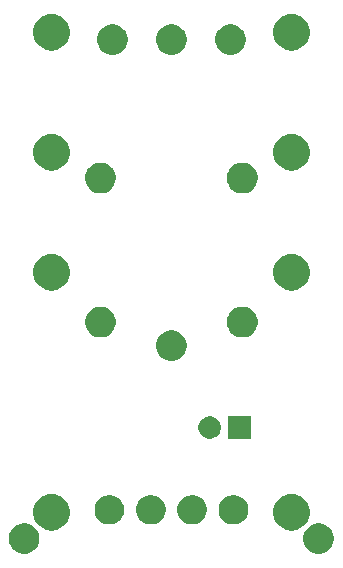
<source format=gbr>
G04 #@! TF.GenerationSoftware,KiCad,Pcbnew,5.1.5-52549c5~86~ubuntu18.04.1*
G04 #@! TF.CreationDate,2020-09-29T20:16:12-05:00*
G04 #@! TF.ProjectId,D04,4430342e-6b69-4636-9164-5f7063625858,rev?*
G04 #@! TF.SameCoordinates,Original*
G04 #@! TF.FileFunction,Soldermask,Bot*
G04 #@! TF.FilePolarity,Negative*
%FSLAX46Y46*%
G04 Gerber Fmt 4.6, Leading zero omitted, Abs format (unit mm)*
G04 Created by KiCad (PCBNEW 5.1.5-52549c5~86~ubuntu18.04.1) date 2020-09-29 20:16:12*
%MOMM*%
%LPD*%
G04 APERTURE LIST*
%ADD10C,0.100000*%
G04 APERTURE END LIST*
D10*
G36*
X46819393Y-65424304D02*
G01*
X47056101Y-65522352D01*
X47056103Y-65522353D01*
X47269135Y-65664696D01*
X47450304Y-65845865D01*
X47592647Y-66058897D01*
X47592648Y-66058899D01*
X47690696Y-66295607D01*
X47740680Y-66546893D01*
X47740680Y-66803107D01*
X47690696Y-67054393D01*
X47592648Y-67291101D01*
X47592647Y-67291103D01*
X47450304Y-67504135D01*
X47269135Y-67685304D01*
X47056103Y-67827647D01*
X47056102Y-67827648D01*
X47056101Y-67827648D01*
X46819393Y-67925696D01*
X46568107Y-67975680D01*
X46311893Y-67975680D01*
X46060607Y-67925696D01*
X45823899Y-67827648D01*
X45823898Y-67827648D01*
X45823897Y-67827647D01*
X45610865Y-67685304D01*
X45429696Y-67504135D01*
X45287353Y-67291103D01*
X45287352Y-67291101D01*
X45189304Y-67054393D01*
X45139320Y-66803107D01*
X45139320Y-66546893D01*
X45189304Y-66295607D01*
X45287352Y-66058899D01*
X45287353Y-66058897D01*
X45429696Y-65845865D01*
X45610865Y-65664696D01*
X45823897Y-65522353D01*
X45823899Y-65522352D01*
X46060607Y-65424304D01*
X46311893Y-65374320D01*
X46568107Y-65374320D01*
X46819393Y-65424304D01*
G37*
G36*
X21879393Y-65424304D02*
G01*
X22116101Y-65522352D01*
X22116103Y-65522353D01*
X22329135Y-65664696D01*
X22510304Y-65845865D01*
X22652647Y-66058897D01*
X22652648Y-66058899D01*
X22750696Y-66295607D01*
X22800680Y-66546893D01*
X22800680Y-66803107D01*
X22750696Y-67054393D01*
X22652648Y-67291101D01*
X22652647Y-67291103D01*
X22510304Y-67504135D01*
X22329135Y-67685304D01*
X22116103Y-67827647D01*
X22116102Y-67827648D01*
X22116101Y-67827648D01*
X21879393Y-67925696D01*
X21628107Y-67975680D01*
X21371893Y-67975680D01*
X21120607Y-67925696D01*
X20883899Y-67827648D01*
X20883898Y-67827648D01*
X20883897Y-67827647D01*
X20670865Y-67685304D01*
X20489696Y-67504135D01*
X20347353Y-67291103D01*
X20347352Y-67291101D01*
X20249304Y-67054393D01*
X20199320Y-66803107D01*
X20199320Y-66546893D01*
X20249304Y-66295607D01*
X20347352Y-66058899D01*
X20347353Y-66058897D01*
X20489696Y-65845865D01*
X20670865Y-65664696D01*
X20883897Y-65522353D01*
X20883899Y-65522352D01*
X21120607Y-65424304D01*
X21371893Y-65374320D01*
X21628107Y-65374320D01*
X21879393Y-65424304D01*
G37*
G36*
X24112585Y-62928802D02*
G01*
X24262410Y-62958604D01*
X24544674Y-63075521D01*
X24798705Y-63245259D01*
X25014741Y-63461295D01*
X25184479Y-63715326D01*
X25301396Y-63997590D01*
X25361000Y-64297240D01*
X25361000Y-64602760D01*
X25301396Y-64902410D01*
X25184479Y-65184674D01*
X25014741Y-65438705D01*
X24798705Y-65654741D01*
X24544674Y-65824479D01*
X24262410Y-65941396D01*
X24112585Y-65971198D01*
X23962761Y-66001000D01*
X23657239Y-66001000D01*
X23507415Y-65971198D01*
X23357590Y-65941396D01*
X23075326Y-65824479D01*
X22821295Y-65654741D01*
X22605259Y-65438705D01*
X22435521Y-65184674D01*
X22318604Y-64902410D01*
X22259000Y-64602760D01*
X22259000Y-64297240D01*
X22318604Y-63997590D01*
X22435521Y-63715326D01*
X22605259Y-63461295D01*
X22821295Y-63245259D01*
X23075326Y-63075521D01*
X23357590Y-62958604D01*
X23507415Y-62928802D01*
X23657239Y-62899000D01*
X23962761Y-62899000D01*
X24112585Y-62928802D01*
G37*
G36*
X44432585Y-62928802D02*
G01*
X44582410Y-62958604D01*
X44864674Y-63075521D01*
X45118705Y-63245259D01*
X45334741Y-63461295D01*
X45504479Y-63715326D01*
X45621396Y-63997590D01*
X45681000Y-64297240D01*
X45681000Y-64602760D01*
X45621396Y-64902410D01*
X45504479Y-65184674D01*
X45334741Y-65438705D01*
X45118705Y-65654741D01*
X44864674Y-65824479D01*
X44582410Y-65941396D01*
X44432585Y-65971198D01*
X44282761Y-66001000D01*
X43977239Y-66001000D01*
X43827415Y-65971198D01*
X43677590Y-65941396D01*
X43395326Y-65824479D01*
X43141295Y-65654741D01*
X42925259Y-65438705D01*
X42755521Y-65184674D01*
X42638604Y-64902410D01*
X42579000Y-64602760D01*
X42579000Y-64297240D01*
X42638604Y-63997590D01*
X42755521Y-63715326D01*
X42925259Y-63461295D01*
X43141295Y-63245259D01*
X43395326Y-63075521D01*
X43677590Y-62958604D01*
X43827415Y-62928802D01*
X43977239Y-62899000D01*
X44282761Y-62899000D01*
X44432585Y-62928802D01*
G37*
G36*
X39584903Y-63033675D02*
G01*
X39685929Y-63075521D01*
X39812571Y-63127978D01*
X40017466Y-63264885D01*
X40191715Y-63439134D01*
X40328622Y-63644029D01*
X40422925Y-63871697D01*
X40471000Y-64113387D01*
X40471000Y-64359813D01*
X40422925Y-64601503D01*
X40328622Y-64829171D01*
X40191715Y-65034066D01*
X40017466Y-65208315D01*
X39812571Y-65345222D01*
X39812570Y-65345223D01*
X39812569Y-65345223D01*
X39584903Y-65439525D01*
X39343214Y-65487600D01*
X39096786Y-65487600D01*
X38855097Y-65439525D01*
X38627431Y-65345223D01*
X38627430Y-65345223D01*
X38627429Y-65345222D01*
X38422534Y-65208315D01*
X38248285Y-65034066D01*
X38111378Y-64829171D01*
X38017075Y-64601503D01*
X37969000Y-64359813D01*
X37969000Y-64113387D01*
X38017075Y-63871697D01*
X38111378Y-63644029D01*
X38248285Y-63439134D01*
X38422534Y-63264885D01*
X38627429Y-63127978D01*
X38754072Y-63075521D01*
X38855097Y-63033675D01*
X39096786Y-62985600D01*
X39343214Y-62985600D01*
X39584903Y-63033675D01*
G37*
G36*
X29084903Y-63033675D02*
G01*
X29185929Y-63075521D01*
X29312571Y-63127978D01*
X29517466Y-63264885D01*
X29691715Y-63439134D01*
X29828622Y-63644029D01*
X29922925Y-63871697D01*
X29971000Y-64113387D01*
X29971000Y-64359813D01*
X29922925Y-64601503D01*
X29828622Y-64829171D01*
X29691715Y-65034066D01*
X29517466Y-65208315D01*
X29312571Y-65345222D01*
X29312570Y-65345223D01*
X29312569Y-65345223D01*
X29084903Y-65439525D01*
X28843214Y-65487600D01*
X28596786Y-65487600D01*
X28355097Y-65439525D01*
X28127431Y-65345223D01*
X28127430Y-65345223D01*
X28127429Y-65345222D01*
X27922534Y-65208315D01*
X27748285Y-65034066D01*
X27611378Y-64829171D01*
X27517075Y-64601503D01*
X27469000Y-64359813D01*
X27469000Y-64113387D01*
X27517075Y-63871697D01*
X27611378Y-63644029D01*
X27748285Y-63439134D01*
X27922534Y-63264885D01*
X28127429Y-63127978D01*
X28254072Y-63075521D01*
X28355097Y-63033675D01*
X28596786Y-62985600D01*
X28843214Y-62985600D01*
X29084903Y-63033675D01*
G37*
G36*
X32584903Y-63033675D02*
G01*
X32685929Y-63075521D01*
X32812571Y-63127978D01*
X33017466Y-63264885D01*
X33191715Y-63439134D01*
X33328622Y-63644029D01*
X33422925Y-63871697D01*
X33471000Y-64113387D01*
X33471000Y-64359813D01*
X33422925Y-64601503D01*
X33328622Y-64829171D01*
X33191715Y-65034066D01*
X33017466Y-65208315D01*
X32812571Y-65345222D01*
X32812570Y-65345223D01*
X32812569Y-65345223D01*
X32584903Y-65439525D01*
X32343214Y-65487600D01*
X32096786Y-65487600D01*
X31855097Y-65439525D01*
X31627431Y-65345223D01*
X31627430Y-65345223D01*
X31627429Y-65345222D01*
X31422534Y-65208315D01*
X31248285Y-65034066D01*
X31111378Y-64829171D01*
X31017075Y-64601503D01*
X30969000Y-64359813D01*
X30969000Y-64113387D01*
X31017075Y-63871697D01*
X31111378Y-63644029D01*
X31248285Y-63439134D01*
X31422534Y-63264885D01*
X31627429Y-63127978D01*
X31754072Y-63075521D01*
X31855097Y-63033675D01*
X32096786Y-62985600D01*
X32343214Y-62985600D01*
X32584903Y-63033675D01*
G37*
G36*
X36084903Y-63033675D02*
G01*
X36185929Y-63075521D01*
X36312571Y-63127978D01*
X36517466Y-63264885D01*
X36691715Y-63439134D01*
X36828622Y-63644029D01*
X36922925Y-63871697D01*
X36971000Y-64113387D01*
X36971000Y-64359813D01*
X36922925Y-64601503D01*
X36828622Y-64829171D01*
X36691715Y-65034066D01*
X36517466Y-65208315D01*
X36312571Y-65345222D01*
X36312570Y-65345223D01*
X36312569Y-65345223D01*
X36084903Y-65439525D01*
X35843214Y-65487600D01*
X35596786Y-65487600D01*
X35355097Y-65439525D01*
X35127431Y-65345223D01*
X35127430Y-65345223D01*
X35127429Y-65345222D01*
X34922534Y-65208315D01*
X34748285Y-65034066D01*
X34611378Y-64829171D01*
X34517075Y-64601503D01*
X34469000Y-64359813D01*
X34469000Y-64113387D01*
X34517075Y-63871697D01*
X34611378Y-63644029D01*
X34748285Y-63439134D01*
X34922534Y-63264885D01*
X35127429Y-63127978D01*
X35254072Y-63075521D01*
X35355097Y-63033675D01*
X35596786Y-62985600D01*
X35843214Y-62985600D01*
X36084903Y-63033675D01*
G37*
G36*
X40702000Y-58228000D02*
G01*
X38800000Y-58228000D01*
X38800000Y-56326000D01*
X40702000Y-56326000D01*
X40702000Y-58228000D01*
G37*
G36*
X37488395Y-56362546D02*
G01*
X37661466Y-56434234D01*
X37661467Y-56434235D01*
X37817227Y-56538310D01*
X37949690Y-56670773D01*
X37949691Y-56670775D01*
X38053766Y-56826534D01*
X38125454Y-56999605D01*
X38162000Y-57183333D01*
X38162000Y-57370667D01*
X38125454Y-57554395D01*
X38053766Y-57727466D01*
X38053765Y-57727467D01*
X37949690Y-57883227D01*
X37817227Y-58015690D01*
X37738818Y-58068081D01*
X37661466Y-58119766D01*
X37488395Y-58191454D01*
X37304667Y-58228000D01*
X37117333Y-58228000D01*
X36933605Y-58191454D01*
X36760534Y-58119766D01*
X36683182Y-58068081D01*
X36604773Y-58015690D01*
X36472310Y-57883227D01*
X36368235Y-57727467D01*
X36368234Y-57727466D01*
X36296546Y-57554395D01*
X36260000Y-57370667D01*
X36260000Y-57183333D01*
X36296546Y-56999605D01*
X36368234Y-56826534D01*
X36472309Y-56670775D01*
X36472310Y-56670773D01*
X36604773Y-56538310D01*
X36760533Y-56434235D01*
X36760534Y-56434234D01*
X36933605Y-56362546D01*
X37117333Y-56326000D01*
X37304667Y-56326000D01*
X37488395Y-56362546D01*
G37*
G36*
X34349487Y-49091796D02*
G01*
X34586253Y-49189868D01*
X34586255Y-49189869D01*
X34799339Y-49332247D01*
X34980553Y-49513461D01*
X35067643Y-49643800D01*
X35122932Y-49726547D01*
X35221004Y-49963313D01*
X35271000Y-50214661D01*
X35271000Y-50470939D01*
X35221004Y-50722287D01*
X35122932Y-50959053D01*
X35122931Y-50959055D01*
X34980553Y-51172139D01*
X34799339Y-51353353D01*
X34586255Y-51495731D01*
X34586254Y-51495732D01*
X34586253Y-51495732D01*
X34349487Y-51593804D01*
X34098139Y-51643800D01*
X33841861Y-51643800D01*
X33590513Y-51593804D01*
X33353747Y-51495732D01*
X33353746Y-51495732D01*
X33353745Y-51495731D01*
X33140661Y-51353353D01*
X32959447Y-51172139D01*
X32817069Y-50959055D01*
X32817068Y-50959053D01*
X32718996Y-50722287D01*
X32669000Y-50470939D01*
X32669000Y-50214661D01*
X32718996Y-49963313D01*
X32817068Y-49726547D01*
X32872358Y-49643800D01*
X32959447Y-49513461D01*
X33140661Y-49332247D01*
X33353745Y-49189869D01*
X33353747Y-49189868D01*
X33590513Y-49091796D01*
X33841861Y-49041800D01*
X34098139Y-49041800D01*
X34349487Y-49091796D01*
G37*
G36*
X28349487Y-47091796D02*
G01*
X28586253Y-47189868D01*
X28586255Y-47189869D01*
X28799339Y-47332247D01*
X28980553Y-47513461D01*
X29122932Y-47726547D01*
X29221004Y-47963313D01*
X29271000Y-48214661D01*
X29271000Y-48470939D01*
X29221004Y-48722287D01*
X29122932Y-48959053D01*
X29122931Y-48959055D01*
X28980553Y-49172139D01*
X28799339Y-49353353D01*
X28586255Y-49495731D01*
X28586254Y-49495732D01*
X28586253Y-49495732D01*
X28349487Y-49593804D01*
X28098139Y-49643800D01*
X27841861Y-49643800D01*
X27590513Y-49593804D01*
X27353747Y-49495732D01*
X27353746Y-49495732D01*
X27353745Y-49495731D01*
X27140661Y-49353353D01*
X26959447Y-49172139D01*
X26817069Y-48959055D01*
X26817068Y-48959053D01*
X26718996Y-48722287D01*
X26669000Y-48470939D01*
X26669000Y-48214661D01*
X26718996Y-47963313D01*
X26817068Y-47726547D01*
X26959447Y-47513461D01*
X27140661Y-47332247D01*
X27353745Y-47189869D01*
X27353747Y-47189868D01*
X27590513Y-47091796D01*
X27841861Y-47041800D01*
X28098139Y-47041800D01*
X28349487Y-47091796D01*
G37*
G36*
X40349487Y-47091796D02*
G01*
X40586253Y-47189868D01*
X40586255Y-47189869D01*
X40799339Y-47332247D01*
X40980553Y-47513461D01*
X41122932Y-47726547D01*
X41221004Y-47963313D01*
X41271000Y-48214661D01*
X41271000Y-48470939D01*
X41221004Y-48722287D01*
X41122932Y-48959053D01*
X41122931Y-48959055D01*
X40980553Y-49172139D01*
X40799339Y-49353353D01*
X40586255Y-49495731D01*
X40586254Y-49495732D01*
X40586253Y-49495732D01*
X40349487Y-49593804D01*
X40098139Y-49643800D01*
X39841861Y-49643800D01*
X39590513Y-49593804D01*
X39353747Y-49495732D01*
X39353746Y-49495732D01*
X39353745Y-49495731D01*
X39140661Y-49353353D01*
X38959447Y-49172139D01*
X38817069Y-48959055D01*
X38817068Y-48959053D01*
X38718996Y-48722287D01*
X38669000Y-48470939D01*
X38669000Y-48214661D01*
X38718996Y-47963313D01*
X38817068Y-47726547D01*
X38959447Y-47513461D01*
X39140661Y-47332247D01*
X39353745Y-47189869D01*
X39353747Y-47189868D01*
X39590513Y-47091796D01*
X39841861Y-47041800D01*
X40098139Y-47041800D01*
X40349487Y-47091796D01*
G37*
G36*
X24112585Y-42608802D02*
G01*
X24262410Y-42638604D01*
X24544674Y-42755521D01*
X24798705Y-42925259D01*
X25014741Y-43141295D01*
X25184479Y-43395326D01*
X25301396Y-43677590D01*
X25361000Y-43977240D01*
X25361000Y-44282760D01*
X25301396Y-44582410D01*
X25184479Y-44864674D01*
X25014741Y-45118705D01*
X24798705Y-45334741D01*
X24544674Y-45504479D01*
X24262410Y-45621396D01*
X24112585Y-45651198D01*
X23962761Y-45681000D01*
X23657239Y-45681000D01*
X23507415Y-45651198D01*
X23357590Y-45621396D01*
X23075326Y-45504479D01*
X22821295Y-45334741D01*
X22605259Y-45118705D01*
X22435521Y-44864674D01*
X22318604Y-44582410D01*
X22259000Y-44282760D01*
X22259000Y-43977240D01*
X22318604Y-43677590D01*
X22435521Y-43395326D01*
X22605259Y-43141295D01*
X22821295Y-42925259D01*
X23075326Y-42755521D01*
X23357590Y-42638604D01*
X23507415Y-42608802D01*
X23657239Y-42579000D01*
X23962761Y-42579000D01*
X24112585Y-42608802D01*
G37*
G36*
X44432585Y-42608802D02*
G01*
X44582410Y-42638604D01*
X44864674Y-42755521D01*
X45118705Y-42925259D01*
X45334741Y-43141295D01*
X45504479Y-43395326D01*
X45621396Y-43677590D01*
X45681000Y-43977240D01*
X45681000Y-44282760D01*
X45621396Y-44582410D01*
X45504479Y-44864674D01*
X45334741Y-45118705D01*
X45118705Y-45334741D01*
X44864674Y-45504479D01*
X44582410Y-45621396D01*
X44432585Y-45651198D01*
X44282761Y-45681000D01*
X43977239Y-45681000D01*
X43827415Y-45651198D01*
X43677590Y-45621396D01*
X43395326Y-45504479D01*
X43141295Y-45334741D01*
X42925259Y-45118705D01*
X42755521Y-44864674D01*
X42638604Y-44582410D01*
X42579000Y-44282760D01*
X42579000Y-43977240D01*
X42638604Y-43677590D01*
X42755521Y-43395326D01*
X42925259Y-43141295D01*
X43141295Y-42925259D01*
X43395326Y-42755521D01*
X43677590Y-42638604D01*
X43827415Y-42608802D01*
X43977239Y-42579000D01*
X44282761Y-42579000D01*
X44432585Y-42608802D01*
G37*
G36*
X40349487Y-34891796D02*
G01*
X40586253Y-34989868D01*
X40586255Y-34989869D01*
X40799339Y-35132247D01*
X40980553Y-35313461D01*
X41001279Y-35344479D01*
X41122932Y-35526547D01*
X41221004Y-35763313D01*
X41271000Y-36014661D01*
X41271000Y-36270939D01*
X41221004Y-36522287D01*
X41122932Y-36759053D01*
X41122931Y-36759055D01*
X40980553Y-36972139D01*
X40799339Y-37153353D01*
X40586255Y-37295731D01*
X40586254Y-37295732D01*
X40586253Y-37295732D01*
X40349487Y-37393804D01*
X40098139Y-37443800D01*
X39841861Y-37443800D01*
X39590513Y-37393804D01*
X39353747Y-37295732D01*
X39353746Y-37295732D01*
X39353745Y-37295731D01*
X39140661Y-37153353D01*
X38959447Y-36972139D01*
X38817069Y-36759055D01*
X38817068Y-36759053D01*
X38718996Y-36522287D01*
X38669000Y-36270939D01*
X38669000Y-36014661D01*
X38718996Y-35763313D01*
X38817068Y-35526547D01*
X38938722Y-35344479D01*
X38959447Y-35313461D01*
X39140661Y-35132247D01*
X39353745Y-34989869D01*
X39353747Y-34989868D01*
X39590513Y-34891796D01*
X39841861Y-34841800D01*
X40098139Y-34841800D01*
X40349487Y-34891796D01*
G37*
G36*
X28349487Y-34891796D02*
G01*
X28586253Y-34989868D01*
X28586255Y-34989869D01*
X28799339Y-35132247D01*
X28980553Y-35313461D01*
X29001279Y-35344479D01*
X29122932Y-35526547D01*
X29221004Y-35763313D01*
X29271000Y-36014661D01*
X29271000Y-36270939D01*
X29221004Y-36522287D01*
X29122932Y-36759053D01*
X29122931Y-36759055D01*
X28980553Y-36972139D01*
X28799339Y-37153353D01*
X28586255Y-37295731D01*
X28586254Y-37295732D01*
X28586253Y-37295732D01*
X28349487Y-37393804D01*
X28098139Y-37443800D01*
X27841861Y-37443800D01*
X27590513Y-37393804D01*
X27353747Y-37295732D01*
X27353746Y-37295732D01*
X27353745Y-37295731D01*
X27140661Y-37153353D01*
X26959447Y-36972139D01*
X26817069Y-36759055D01*
X26817068Y-36759053D01*
X26718996Y-36522287D01*
X26669000Y-36270939D01*
X26669000Y-36014661D01*
X26718996Y-35763313D01*
X26817068Y-35526547D01*
X26938722Y-35344479D01*
X26959447Y-35313461D01*
X27140661Y-35132247D01*
X27353745Y-34989869D01*
X27353747Y-34989868D01*
X27590513Y-34891796D01*
X27841861Y-34841800D01*
X28098139Y-34841800D01*
X28349487Y-34891796D01*
G37*
G36*
X24112585Y-32448802D02*
G01*
X24262410Y-32478604D01*
X24544674Y-32595521D01*
X24798705Y-32765259D01*
X25014741Y-32981295D01*
X25184479Y-33235326D01*
X25301396Y-33517590D01*
X25361000Y-33817240D01*
X25361000Y-34122760D01*
X25301396Y-34422410D01*
X25184479Y-34704674D01*
X25014741Y-34958705D01*
X24798705Y-35174741D01*
X24544674Y-35344479D01*
X24262410Y-35461396D01*
X24112585Y-35491198D01*
X23962761Y-35521000D01*
X23657239Y-35521000D01*
X23507415Y-35491198D01*
X23357590Y-35461396D01*
X23075326Y-35344479D01*
X22821295Y-35174741D01*
X22605259Y-34958705D01*
X22435521Y-34704674D01*
X22318604Y-34422410D01*
X22259000Y-34122760D01*
X22259000Y-33817240D01*
X22318604Y-33517590D01*
X22435521Y-33235326D01*
X22605259Y-32981295D01*
X22821295Y-32765259D01*
X23075326Y-32595521D01*
X23357590Y-32478604D01*
X23507415Y-32448802D01*
X23657239Y-32419000D01*
X23962761Y-32419000D01*
X24112585Y-32448802D01*
G37*
G36*
X44432585Y-32448802D02*
G01*
X44582410Y-32478604D01*
X44864674Y-32595521D01*
X45118705Y-32765259D01*
X45334741Y-32981295D01*
X45504479Y-33235326D01*
X45621396Y-33517590D01*
X45681000Y-33817240D01*
X45681000Y-34122760D01*
X45621396Y-34422410D01*
X45504479Y-34704674D01*
X45334741Y-34958705D01*
X45118705Y-35174741D01*
X44864674Y-35344479D01*
X44582410Y-35461396D01*
X44432585Y-35491198D01*
X44282761Y-35521000D01*
X43977239Y-35521000D01*
X43827415Y-35491198D01*
X43677590Y-35461396D01*
X43395326Y-35344479D01*
X43141295Y-35174741D01*
X42925259Y-34958705D01*
X42755521Y-34704674D01*
X42638604Y-34422410D01*
X42579000Y-34122760D01*
X42579000Y-33817240D01*
X42638604Y-33517590D01*
X42755521Y-33235326D01*
X42925259Y-32981295D01*
X43141295Y-32765259D01*
X43395326Y-32595521D01*
X43677590Y-32478604D01*
X43827415Y-32448802D01*
X43977239Y-32419000D01*
X44282761Y-32419000D01*
X44432585Y-32448802D01*
G37*
G36*
X39349487Y-23183796D02*
G01*
X39586253Y-23281868D01*
X39586255Y-23281869D01*
X39799339Y-23424247D01*
X39980553Y-23605461D01*
X40015151Y-23657240D01*
X40122932Y-23818547D01*
X40221004Y-24055313D01*
X40271000Y-24306661D01*
X40271000Y-24562939D01*
X40221004Y-24814287D01*
X40137973Y-25014740D01*
X40122931Y-25051055D01*
X39980553Y-25264139D01*
X39799339Y-25445353D01*
X39586255Y-25587731D01*
X39586254Y-25587732D01*
X39586253Y-25587732D01*
X39349487Y-25685804D01*
X39098139Y-25735800D01*
X38841861Y-25735800D01*
X38590513Y-25685804D01*
X38353747Y-25587732D01*
X38353746Y-25587732D01*
X38353745Y-25587731D01*
X38140661Y-25445353D01*
X37959447Y-25264139D01*
X37817069Y-25051055D01*
X37802027Y-25014740D01*
X37718996Y-24814287D01*
X37669000Y-24562939D01*
X37669000Y-24306661D01*
X37718996Y-24055313D01*
X37817068Y-23818547D01*
X37924850Y-23657240D01*
X37959447Y-23605461D01*
X38140661Y-23424247D01*
X38353745Y-23281869D01*
X38353747Y-23281868D01*
X38590513Y-23183796D01*
X38841861Y-23133800D01*
X39098139Y-23133800D01*
X39349487Y-23183796D01*
G37*
G36*
X34349487Y-23183796D02*
G01*
X34586253Y-23281868D01*
X34586255Y-23281869D01*
X34799339Y-23424247D01*
X34980553Y-23605461D01*
X35015151Y-23657240D01*
X35122932Y-23818547D01*
X35221004Y-24055313D01*
X35271000Y-24306661D01*
X35271000Y-24562939D01*
X35221004Y-24814287D01*
X35137973Y-25014740D01*
X35122931Y-25051055D01*
X34980553Y-25264139D01*
X34799339Y-25445353D01*
X34586255Y-25587731D01*
X34586254Y-25587732D01*
X34586253Y-25587732D01*
X34349487Y-25685804D01*
X34098139Y-25735800D01*
X33841861Y-25735800D01*
X33590513Y-25685804D01*
X33353747Y-25587732D01*
X33353746Y-25587732D01*
X33353745Y-25587731D01*
X33140661Y-25445353D01*
X32959447Y-25264139D01*
X32817069Y-25051055D01*
X32802027Y-25014740D01*
X32718996Y-24814287D01*
X32669000Y-24562939D01*
X32669000Y-24306661D01*
X32718996Y-24055313D01*
X32817068Y-23818547D01*
X32924850Y-23657240D01*
X32959447Y-23605461D01*
X33140661Y-23424247D01*
X33353745Y-23281869D01*
X33353747Y-23281868D01*
X33590513Y-23183796D01*
X33841861Y-23133800D01*
X34098139Y-23133800D01*
X34349487Y-23183796D01*
G37*
G36*
X29349487Y-23183796D02*
G01*
X29586253Y-23281868D01*
X29586255Y-23281869D01*
X29799339Y-23424247D01*
X29980553Y-23605461D01*
X30015151Y-23657240D01*
X30122932Y-23818547D01*
X30221004Y-24055313D01*
X30271000Y-24306661D01*
X30271000Y-24562939D01*
X30221004Y-24814287D01*
X30137973Y-25014740D01*
X30122931Y-25051055D01*
X29980553Y-25264139D01*
X29799339Y-25445353D01*
X29586255Y-25587731D01*
X29586254Y-25587732D01*
X29586253Y-25587732D01*
X29349487Y-25685804D01*
X29098139Y-25735800D01*
X28841861Y-25735800D01*
X28590513Y-25685804D01*
X28353747Y-25587732D01*
X28353746Y-25587732D01*
X28353745Y-25587731D01*
X28140661Y-25445353D01*
X27959447Y-25264139D01*
X27817069Y-25051055D01*
X27802027Y-25014740D01*
X27718996Y-24814287D01*
X27669000Y-24562939D01*
X27669000Y-24306661D01*
X27718996Y-24055313D01*
X27817068Y-23818547D01*
X27924850Y-23657240D01*
X27959447Y-23605461D01*
X28140661Y-23424247D01*
X28353745Y-23281869D01*
X28353747Y-23281868D01*
X28590513Y-23183796D01*
X28841861Y-23133800D01*
X29098139Y-23133800D01*
X29349487Y-23183796D01*
G37*
G36*
X24112585Y-22288802D02*
G01*
X24262410Y-22318604D01*
X24544674Y-22435521D01*
X24798705Y-22605259D01*
X25014741Y-22821295D01*
X25184479Y-23075326D01*
X25301396Y-23357590D01*
X25361000Y-23657240D01*
X25361000Y-23962760D01*
X25301396Y-24262410D01*
X25184479Y-24544674D01*
X25014741Y-24798705D01*
X24798705Y-25014741D01*
X24544674Y-25184479D01*
X24262410Y-25301396D01*
X24112585Y-25331198D01*
X23962761Y-25361000D01*
X23657239Y-25361000D01*
X23507415Y-25331198D01*
X23357590Y-25301396D01*
X23075326Y-25184479D01*
X22821295Y-25014741D01*
X22605259Y-24798705D01*
X22435521Y-24544674D01*
X22318604Y-24262410D01*
X22259000Y-23962760D01*
X22259000Y-23657240D01*
X22318604Y-23357590D01*
X22435521Y-23075326D01*
X22605259Y-22821295D01*
X22821295Y-22605259D01*
X23075326Y-22435521D01*
X23357590Y-22318604D01*
X23507415Y-22288802D01*
X23657239Y-22259000D01*
X23962761Y-22259000D01*
X24112585Y-22288802D01*
G37*
G36*
X44432585Y-22288802D02*
G01*
X44582410Y-22318604D01*
X44864674Y-22435521D01*
X45118705Y-22605259D01*
X45334741Y-22821295D01*
X45504479Y-23075326D01*
X45621396Y-23357590D01*
X45681000Y-23657240D01*
X45681000Y-23962760D01*
X45621396Y-24262410D01*
X45504479Y-24544674D01*
X45334741Y-24798705D01*
X45118705Y-25014741D01*
X44864674Y-25184479D01*
X44582410Y-25301396D01*
X44432585Y-25331198D01*
X44282761Y-25361000D01*
X43977239Y-25361000D01*
X43827415Y-25331198D01*
X43677590Y-25301396D01*
X43395326Y-25184479D01*
X43141295Y-25014741D01*
X42925259Y-24798705D01*
X42755521Y-24544674D01*
X42638604Y-24262410D01*
X42579000Y-23962760D01*
X42579000Y-23657240D01*
X42638604Y-23357590D01*
X42755521Y-23075326D01*
X42925259Y-22821295D01*
X43141295Y-22605259D01*
X43395326Y-22435521D01*
X43677590Y-22318604D01*
X43827415Y-22288802D01*
X43977239Y-22259000D01*
X44282761Y-22259000D01*
X44432585Y-22288802D01*
G37*
M02*

</source>
